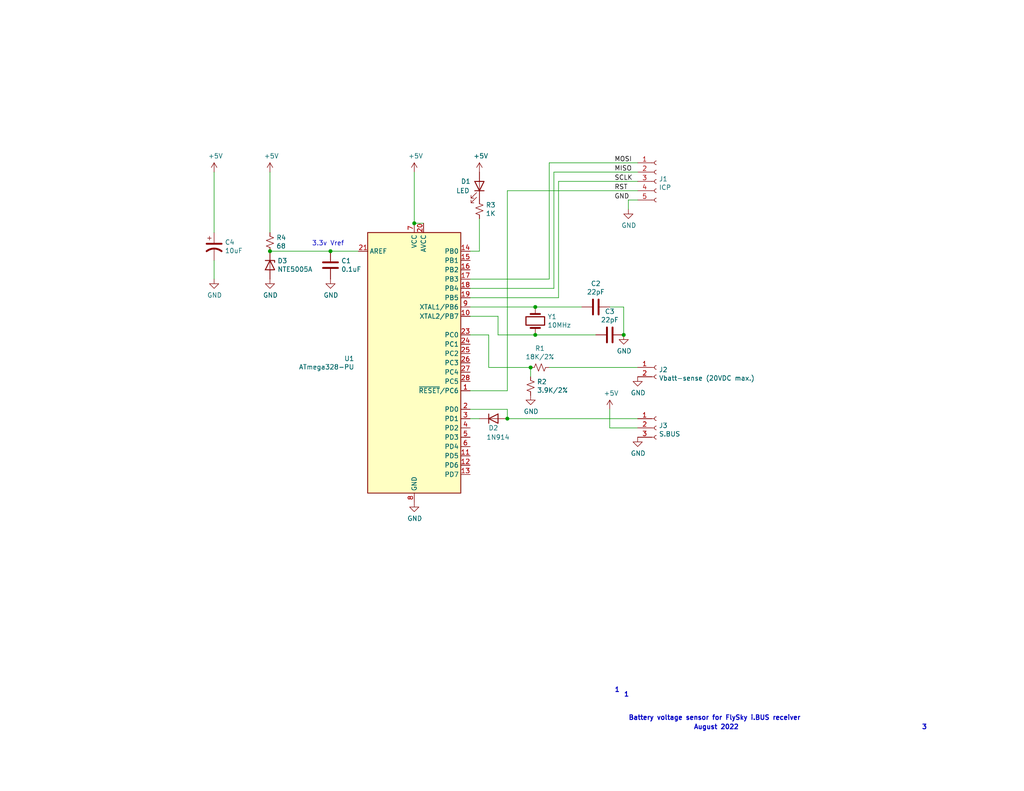
<source format=kicad_sch>
(kicad_sch (version 20211123) (generator eeschema)
  (paper "A")
  (lib_symbols
    (symbol "Connector:Conn_01x02_Female" (pin_names (offset 1.016) hide)
      (property "Reference" "J" (at 0 2.54 0))
      (property "Value" "Conn_01x02_Female" (at 0 -5.08 0))
      (symbol "Conn_01x02_Female_1_1"
        (arc (start 0 -2.032) (mid -0.508 -2.54) (end 0 -3.048) (stroke (width 0.1524)))
        (polyline (pts (xy -1.27 -2.54) (xy -0.508 -2.54)) (stroke (width 0.1524)))
        (polyline (pts (xy -1.27 0) (xy -0.508 0)) (stroke (width 0.1524)))
        (arc (start 0 0.508) (mid -0.508 0) (end 0 -0.508) (stroke (width 0.1524)))
        (pin passive line (at -5.08 0 0) (length 3.81) (name "Pin_1") (number "1"))
        (pin passive line (at -5.08 -2.54 0) (length 3.81) (name "Pin_2") (number "2"))
      )
    )
    (symbol "Connector:Conn_01x03_Female" (pin_names (offset 1.016) hide)
      (property "Reference" "J" (at 0 5.08 0))
      (property "Value" "Conn_01x03_Female" (at 0 -5.08 0))
      (symbol "Conn_01x03_Female_1_1"
        (arc (start 0 -2.032) (mid -0.508 -2.54) (end 0 -3.048) (stroke (width 0.1524)))
        (polyline (pts (xy -1.27 -2.54) (xy -0.508 -2.54)) (stroke (width 0.1524)))
        (polyline (pts (xy -1.27 0) (xy -0.508 0)) (stroke (width 0.1524)))
        (polyline (pts (xy -1.27 2.54) (xy -0.508 2.54)) (stroke (width 0.1524)))
        (arc (start 0 0.508) (mid -0.508 0) (end 0 -0.508) (stroke (width 0.1524)))
        (arc (start 0 3.048) (mid -0.508 2.54) (end 0 2.032) (stroke (width 0.1524)))
        (pin passive line (at -5.08 2.54 0) (length 3.81) (name "Pin_1") (number "1"))
        (pin passive line (at -5.08 0 0) (length 3.81) (name "Pin_2") (number "2"))
        (pin passive line (at -5.08 -2.54 0) (length 3.81) (name "Pin_3") (number "3"))
      )
    )
    (symbol "Connector:Conn_01x05_Female" (pin_names (offset 1.016) hide)
      (property "Reference" "J" (at 0 7.62 0))
      (property "Value" "Conn_01x05_Female" (at 0 -7.62 0))
      (symbol "Conn_01x05_Female_1_1"
        (arc (start 0 -4.572) (mid -0.508 -5.08) (end 0 -5.588) (stroke (width 0.1524)))
        (arc (start 0 -2.032) (mid -0.508 -2.54) (end 0 -3.048) (stroke (width 0.1524)))
        (polyline (pts (xy -1.27 -5.08) (xy -0.508 -5.08)) (stroke (width 0.1524)))
        (polyline (pts (xy -1.27 -2.54) (xy -0.508 -2.54)) (stroke (width 0.1524)))
        (polyline (pts (xy -1.27 0) (xy -0.508 0)) (stroke (width 0.1524)))
        (polyline (pts (xy -1.27 2.54) (xy -0.508 2.54)) (stroke (width 0.1524)))
        (polyline (pts (xy -1.27 5.08) (xy -0.508 5.08)) (stroke (width 0.1524)))
        (arc (start 0 0.508) (mid -0.508 0) (end 0 -0.508) (stroke (width 0.1524)))
        (arc (start 0 3.048) (mid -0.508 2.54) (end 0 2.032) (stroke (width 0.1524)))
        (arc (start 0 5.588) (mid -0.508 5.08) (end 0 4.572) (stroke (width 0.1524)))
        (pin passive line (at -5.08 5.08 0) (length 3.81) (name "Pin_1") (number "1"))
        (pin passive line (at -5.08 2.54 0) (length 3.81) (name "Pin_2") (number "2"))
        (pin passive line (at -5.08 0 0) (length 3.81) (name "Pin_3") (number "3"))
        (pin passive line (at -5.08 -2.54 0) (length 3.81) (name "Pin_4") (number "4"))
        (pin passive line (at -5.08 -5.08 0) (length 3.81) (name "Pin_5") (number "5"))
      )
    )
    (symbol "Device:C" (pin_numbers hide) (pin_names (offset 0.254))
      (property "Reference" "C" (at 0.635 2.54 0))
      (property "Value" "C" (at 0.635 -2.54 0))
      (symbol "C_0_1"
        (polyline (pts (xy -2.032 -0.762) (xy 2.032 -0.762)) (stroke (width 0.508)))
        (polyline (pts (xy -2.032 0.762) (xy 2.032 0.762)) (stroke (width 0.508)))
      )
      (symbol "C_1_1"
        (pin passive line (at 0 3.81 270) (length 2.794) (name "~") (number "1"))
        (pin passive line (at 0 -3.81 90) (length 2.794) (name "~") (number "2"))
      )
    )
    (symbol "Device:CP1" (pin_numbers hide) (pin_names (offset 0.254) hide)
      (property "Reference" "C" (at 0.635 2.54 0))
      (property "Value" "Device_CP1" (at 0.635 -2.54 0))
      (symbol "CP1_0_1"
        (polyline (pts (xy -2.032 0.762) (xy 2.032 0.762)) (stroke (width 0.508)))
        (polyline (pts (xy -1.778 2.286) (xy -0.762 2.286)))
        (polyline (pts (xy -1.27 1.778) (xy -1.27 2.794)))
        (arc (start 2.032 -1.27) (mid 0 -0.5572) (end -2.032 -1.27) (stroke (width 0.508)))
      )
      (symbol "CP1_1_1"
        (pin passive line (at 0 3.81 270) (length 2.794) (name "~") (number "1"))
        (pin passive line (at 0 -3.81 90) (length 3.302) (name "~") (number "2"))
      )
    )
    (symbol "Device:Crystal" (pin_numbers hide) (pin_names (offset 1.016) hide)
      (property "Reference" "Y" (at 0 3.81 0))
      (property "Value" "Crystal" (at 0 -3.81 0))
      (symbol "Crystal_0_1"
        (rectangle (start -1.143 2.54) (end 1.143 -2.54) (stroke (width 0.3048)))
        (polyline (pts (xy -2.54 0) (xy -1.905 0)))
        (polyline (pts (xy -1.905 -1.27) (xy -1.905 1.27)) (stroke (width 0.508)))
        (polyline (pts (xy 1.905 -1.27) (xy 1.905 1.27)) (stroke (width 0.508)))
        (polyline (pts (xy 2.54 0) (xy 1.905 0)))
      )
      (symbol "Crystal_1_1"
        (pin passive line (at -3.81 0 0) (length 1.27) (name "1") (number "1"))
        (pin passive line (at 3.81 0 180) (length 1.27) (name "2") (number "2"))
      )
    )
    (symbol "Device:D" (pin_numbers hide) (pin_names (offset 1.016) hide)
      (property "Reference" "D" (at 0 2.54 0))
      (property "Value" "D" (at 0 -2.54 0))
      (symbol "D_0_1"
        (polyline (pts (xy -1.27 1.27) (xy -1.27 -1.27)) (stroke (width 0.254)))
        (polyline (pts (xy 1.27 0) (xy -1.27 0)))
        (polyline (pts (xy 1.27 1.27) (xy 1.27 -1.27) (xy -1.27 0) (xy 1.27 1.27)) (stroke (width 0.254)))
      )
      (symbol "D_1_1"
        (pin passive line (at -3.81 0 0) (length 2.54) (name "K") (number "1"))
        (pin passive line (at 3.81 0 180) (length 2.54) (name "A") (number "2"))
      )
    )
    (symbol "Device:D_Zener" (pin_numbers hide) (pin_names (offset 1.016) hide)
      (property "Reference" "D" (at 0 2.54 0))
      (property "Value" "D_Zener" (at 0 -2.54 0))
      (symbol "D_Zener_0_1"
        (polyline (pts (xy 1.27 0) (xy -1.27 0)))
        (polyline (pts (xy -1.27 -1.27) (xy -1.27 1.27) (xy -0.762 1.27)) (stroke (width 0.254)))
        (polyline (pts (xy 1.27 -1.27) (xy 1.27 1.27) (xy -1.27 0) (xy 1.27 -1.27)) (stroke (width 0.254)))
      )
      (symbol "D_Zener_1_1"
        (pin passive line (at -3.81 0 0) (length 2.54) (name "K") (number "1"))
        (pin passive line (at 3.81 0 180) (length 2.54) (name "A") (number "2"))
      )
    )
    (symbol "Device:LED" (pin_numbers hide) (pin_names (offset 1.016) hide)
      (property "Reference" "D" (at 0 2.54 0))
      (property "Value" "LED" (at 0 -2.54 0))
      (symbol "LED_0_1"
        (polyline (pts (xy -1.27 -1.27) (xy -1.27 1.27)) (stroke (width 0.254)))
        (polyline (pts (xy -1.27 0) (xy 1.27 0)))
        (polyline (pts (xy 1.27 -1.27) (xy 1.27 1.27) (xy -1.27 0) (xy 1.27 -1.27)) (stroke (width 0.254)))
        (polyline (pts (xy -3.048 -0.762) (xy -4.572 -2.286) (xy -3.81 -2.286) (xy -4.572 -2.286) (xy -4.572 -1.524)))
        (polyline (pts (xy -1.778 -0.762) (xy -3.302 -2.286) (xy -2.54 -2.286) (xy -3.302 -2.286) (xy -3.302 -1.524)))
      )
      (symbol "LED_1_1"
        (pin passive line (at -3.81 0 0) (length 2.54) (name "K") (number "1"))
        (pin passive line (at 3.81 0 180) (length 2.54) (name "A") (number "2"))
      )
    )
    (symbol "Device:R_Small_US" (pin_numbers hide) (pin_names (offset 0.254) hide)
      (property "Reference" "R" (at 0.762 0.508 0))
      (property "Value" "R_Small_US" (at 0.762 -1.016 0))
      (symbol "R_Small_US_1_1"
        (polyline (pts (xy 0 0) (xy 1.016 -0.381) (xy 0 -0.762) (xy -1.016 -1.143) (xy 0 -1.524)))
        (polyline (pts (xy 0 1.524) (xy 1.016 1.143) (xy 0 0.762) (xy -1.016 0.381) (xy 0 0)))
        (pin passive line (at 0 2.54 270) (length 1.016) (name "~") (number "1"))
        (pin passive line (at 0 -2.54 90) (length 1.016) (name "~") (number "2"))
      )
    )
    (symbol "MCU_Microchip_ATmega:ATmega328-PU"
      (property "Reference" "U" (at -12.7 36.83 0))
      (property "Value" "MCU_Microchip_ATmega_ATmega328-PU" (at 2.54 -36.83 0))
      (symbol "ATmega328-PU_0_1"
        (rectangle (start -12.7 -35.56) (end 12.7 35.56) (stroke (width 0.254)) (fill (type background)))
      )
      (symbol "ATmega328-PU_1_1"
        (pin bidirectional line (at 15.24 -7.62 180) (length 2.54) (name "~{RESET}/PC6") (number "1"))
        (pin bidirectional line (at 15.24 12.7 180) (length 2.54) (name "XTAL2/PB7") (number "10"))
        (pin bidirectional line (at 15.24 -25.4 180) (length 2.54) (name "PD5") (number "11"))
        (pin bidirectional line (at 15.24 -27.94 180) (length 2.54) (name "PD6") (number "12"))
        (pin bidirectional line (at 15.24 -30.48 180) (length 2.54) (name "PD7") (number "13"))
        (pin bidirectional line (at 15.24 30.48 180) (length 2.54) (name "PB0") (number "14"))
        (pin bidirectional line (at 15.24 27.94 180) (length 2.54) (name "PB1") (number "15"))
        (pin bidirectional line (at 15.24 25.4 180) (length 2.54) (name "PB2") (number "16"))
        (pin bidirectional line (at 15.24 22.86 180) (length 2.54) (name "PB3") (number "17"))
        (pin bidirectional line (at 15.24 20.32 180) (length 2.54) (name "PB4") (number "18"))
        (pin bidirectional line (at 15.24 17.78 180) (length 2.54) (name "PB5") (number "19"))
        (pin bidirectional line (at 15.24 -12.7 180) (length 2.54) (name "PD0") (number "2"))
        (pin power_in line (at 2.54 38.1 270) (length 2.54) (name "AVCC") (number "20"))
        (pin passive line (at -15.24 30.48 0) (length 2.54) (name "AREF") (number "21"))
        (pin passive line (at 0 -38.1 90) (length 2.54) hide (name "GND") (number "22"))
        (pin bidirectional line (at 15.24 7.62 180) (length 2.54) (name "PC0") (number "23"))
        (pin bidirectional line (at 15.24 5.08 180) (length 2.54) (name "PC1") (number "24"))
        (pin bidirectional line (at 15.24 2.54 180) (length 2.54) (name "PC2") (number "25"))
        (pin bidirectional line (at 15.24 0 180) (length 2.54) (name "PC3") (number "26"))
        (pin bidirectional line (at 15.24 -2.54 180) (length 2.54) (name "PC4") (number "27"))
        (pin bidirectional line (at 15.24 -5.08 180) (length 2.54) (name "PC5") (number "28"))
        (pin bidirectional line (at 15.24 -15.24 180) (length 2.54) (name "PD1") (number "3"))
        (pin bidirectional line (at 15.24 -17.78 180) (length 2.54) (name "PD2") (number "4"))
        (pin bidirectional line (at 15.24 -20.32 180) (length 2.54) (name "PD3") (number "5"))
        (pin bidirectional line (at 15.24 -22.86 180) (length 2.54) (name "PD4") (number "6"))
        (pin power_in line (at 0 38.1 270) (length 2.54) (name "VCC") (number "7"))
        (pin power_in line (at 0 -38.1 90) (length 2.54) (name "GND") (number "8"))
        (pin bidirectional line (at 15.24 15.24 180) (length 2.54) (name "XTAL1/PB6") (number "9"))
      )
    )
    (symbol "power:+5V" (power) (pin_names (offset 0))
      (property "Value" "+5V" (at 0 3.556 0))
      (symbol "+5V_0_1"
        (polyline (pts (xy -0.762 1.27) (xy 0 2.54)))
        (polyline (pts (xy 0 0) (xy 0 2.54)))
        (polyline (pts (xy 0 2.54) (xy 0.762 1.27)))
      )
      (symbol "+5V_1_1"
        (pin power_in line (at 0 0 90) (length 0) hide (name "+5V") (number "1"))
      )
    )
    (symbol "power:GND" (power) (pin_names (offset 0))
      (property "Value" "GND" (at 0 -3.81 0))
      (symbol "GND_0_1"
        (polyline (pts (xy 0 0) (xy 0 -1.27) (xy 1.27 -1.27) (xy 0 -2.54) (xy -1.27 -1.27) (xy 0 -1.27)))
      )
      (symbol "GND_1_1"
        (pin power_in line (at 0 0 270) (length 0) hide (name "GND") (number "1"))
      )
    )
  )
  (junction (at 144.78 100.33))
  (junction (at 73.66 68.58))
  (junction (at 138.43 114.3))
  (junction (at 146.05 83.82))
  (junction (at 146.05 91.44))
  (junction (at 170.18 91.44))
  (junction (at 90.17 68.58))
  (junction (at 113.03 60.96))
  (wire (pts (xy 135.89 86.36) (xy 135.89 91.44)))
  (wire (pts (xy 149.86 44.45) (xy 149.86 76.2)))
  (wire (pts (xy 173.99 46.99) (xy 151.13 46.99)))
  (wire (pts (xy 58.42 76.2) (xy 58.42 71.12)))
  (wire (pts (xy 115.57 60.96) (xy 113.03 60.96)))
  (wire (pts (xy 146.05 91.44) (xy 162.56 91.44)))
  (wire (pts (xy 149.86 100.33) (xy 173.99 100.33)))
  (wire (pts (xy 146.05 83.82) (xy 158.75 83.82)))
  (wire (pts (xy 128.27 68.58) (xy 130.81 68.58)))
  (wire (pts (xy 152.4 49.53) (xy 152.4 81.28)))
  (wire (pts (xy 128.27 81.28) (xy 152.4 81.28)))
  (wire (pts (xy 166.37 116.84) (xy 173.99 116.84)))
  (wire (pts (xy 133.35 100.33) (xy 144.78 100.33)))
  (wire (pts (xy 138.43 52.07) (xy 138.43 106.68)))
  (wire (pts (xy 73.66 68.58) (xy 90.17 68.58)))
  (wire (pts (xy 166.37 111.76) (xy 166.37 116.84)))
  (wire (pts (xy 151.13 46.99) (xy 151.13 78.74)))
  (wire (pts (xy 138.43 52.07) (xy 173.99 52.07)))
  (wire (pts (xy 144.78 100.33) (xy 144.78 102.87)))
  (wire (pts (xy 128.27 83.82) (xy 146.05 83.82)))
  (wire (pts (xy 130.81 114.3) (xy 128.27 114.3)))
  (wire (pts (xy 151.13 78.74) (xy 128.27 78.74)))
  (wire (pts (xy 73.66 46.99) (xy 73.66 63.5)))
  (wire (pts (xy 138.43 111.76) (xy 138.43 114.3)))
  (wire (pts (xy 171.45 54.61) (xy 171.45 57.15)))
  (wire (pts (xy 128.27 91.44) (xy 133.35 91.44)))
  (wire (pts (xy 130.81 68.58) (xy 130.81 59.69)))
  (wire (pts (xy 173.99 49.53) (xy 152.4 49.53)))
  (wire (pts (xy 58.42 46.99) (xy 58.42 63.5)))
  (wire (pts (xy 149.86 76.2) (xy 128.27 76.2)))
  (wire (pts (xy 128.27 111.76) (xy 138.43 111.76)))
  (wire (pts (xy 128.27 86.36) (xy 135.89 86.36)))
  (wire (pts (xy 135.89 91.44) (xy 146.05 91.44)))
  (wire (pts (xy 173.99 54.61) (xy 171.45 54.61)))
  (wire (pts (xy 128.27 106.68) (xy 138.43 106.68)))
  (wire (pts (xy 113.03 46.99) (xy 113.03 60.96)))
  (wire (pts (xy 133.35 91.44) (xy 133.35 100.33)))
  (wire (pts (xy 138.43 114.3) (xy 173.99 114.3)))
  (wire (pts (xy 170.18 83.82) (xy 170.18 91.44)))
  (wire (pts (xy 166.37 83.82) (xy 170.18 83.82)))
  (wire (pts (xy 90.17 68.58) (xy 97.79 68.58)))
  (wire (pts (xy 173.99 44.45) (xy 149.86 44.45)))
  (text "August 2022" (at 189.23 199.39 0) (effects (font (size 1.27 1.27) (thickness 0.254) bold) (justify left bottom)))
  (text "Battery voltage sensor for FlySky i.BUS receiver" (at 171.45 196.85 0) (effects (font (size 1.27 1.27) (thickness 0.254) bold) (justify left bottom)))
  (text "1" (at 167.64 189.23 0) (effects (font (size 1.27 1.27) (thickness 0.254) bold) (justify left bottom)))
  (text "1" (at 170.18 190.5 0) (effects (font (size 1.27 1.27) (thickness 0.254) bold) (justify left bottom)))
  (text "3" (at 251.46 199.39 0) (effects (font (size 1.27 1.27) (thickness 0.254) bold) (justify left bottom)))
  (text "3.3v Vref" (at 85.09 67.31 0) (effects (font (size 1.27 1.27)) (justify left bottom)))
  (label "SCLK" (at 167.64 49.53 0))
  (label "GND" (at 167.64 54.61 0))
  (label "MOSI" (at 167.64 44.45 0))
  (label "RST" (at 167.64 52.07 0))
  (label "MISO" (at 167.64 46.99 0))
  (symbol (lib_id "MCU_Microchip_ATmega:ATmega328-PU") (at 113.03 99.06 0) (unit 1)
    (property "Reference" "U1" (at 96.6724 97.8916 0) (effects (justify right)))
    (property "Value" "ATmega328-PU" (at 96.6724 100.203 0) (effects (justify right)))
    (property "Footprint" "Package_DIP:DIP-28_W7.62mm" (effects hide))
    (property "Datasheet" "http://ww1.microchip.com/downloads/en/DeviceDoc/ATmega328_P%20AVR%20MCU%20with%20picoPower%20Technology%20Data%20Sheet%2040001984A.pdf" (effects hide))
  )
  (symbol (lib_id "power:+5V") (at 113.03 46.99 0) (unit 1)
    (property "Reference" "#PWR?" (effects hide))
    (property "Value" "+5V" (at 113.411 42.5958 0))
  )
  (symbol (lib_id "power:GND") (at 113.03 137.16 0) (unit 1)
    (property "Reference" "#PWR?" (effects hide))
    (property "Value" "GND" (at 113.157 141.5542 0))
  )
  (symbol (lib_id "Device:C") (at 90.17 72.39 0) (unit 1)
    (property "Reference" "C1" (at 93.091 71.2216 0) (effects (justify left)))
    (property "Value" "0.1uF" (at 93.091 73.533 0) (effects (justify left)))
  )
  (symbol (lib_id "power:GND") (at 90.17 76.2 0) (unit 1)
    (property "Reference" "#PWR?" (effects hide))
    (property "Value" "GND" (at 90.297 80.5942 0))
  )
  (symbol (lib_id "Device:Crystal") (at 146.05 87.63 90) (unit 1)
    (property "Reference" "Y1" (at 149.3774 86.4616 90) (effects (justify right)))
    (property "Value" "10MHz" (at 149.3774 88.773 90) (effects (justify right)))
  )
  (symbol (lib_id "Device:R_Small_US") (at 130.81 57.15 0) (unit 1)
    (property "Reference" "R3" (at 132.5372 55.9816 0) (effects (justify left)))
    (property "Value" "1K" (at 132.5372 58.293 0) (effects (justify left)))
  )
  (symbol (lib_id "Device:C") (at 162.56 83.82 270) (unit 1)
    (property "Reference" "C2" (at 162.56 77.4192 90))
    (property "Value" "22pF" (at 162.56 79.7306 90))
  )
  (symbol (lib_id "Device:C") (at 166.37 91.44 90) (mirror x) (unit 1)
    (property "Reference" "C3" (at 166.37 85.0392 90))
    (property "Value" "22pF" (at 166.37 87.3506 90))
  )
  (symbol (lib_id "Device:LED") (at 130.81 50.8 270) (mirror x) (unit 1)
    (property "Reference" "D1" (at 125.73 49.53 90) (effects (justify left)))
    (property "Value" "LED" (at 124.46 52.07 90) (effects (justify left)))
  )
  (symbol (lib_id "power:GND") (at 170.18 91.44 0) (unit 1)
    (property "Reference" "#PWR?" (effects hide))
    (property "Value" "GND" (at 170.307 95.8342 0))
  )
  (symbol (lib_id "power:+5V") (at 130.81 46.99 0) (unit 1)
    (property "Reference" "#PWR?" (effects hide))
    (property "Value" "+5V" (at 131.191 42.5958 0))
  )
  (symbol (lib_id "Device:R_Small_US") (at 147.32 100.33 270) (unit 1)
    (property "Reference" "R1" (at 147.32 95.123 90))
    (property "Value" "18K/2%" (at 147.32 97.4344 90))
  )
  (symbol (lib_id "Device:R_Small_US") (at 144.78 105.41 0) (unit 1)
    (property "Reference" "R2" (at 146.5072 104.2416 0) (effects (justify left)))
    (property "Value" "3.9K/2%" (at 146.5072 106.553 0) (effects (justify left)))
  )
  (symbol (lib_id "power:GND") (at 144.78 107.95 0) (unit 1)
    (property "Reference" "#PWR?" (effects hide))
    (property "Value" "GND" (at 144.907 112.3442 0))
  )
  (symbol (lib_id "Device:D") (at 134.62 114.3 0) (unit 1)
    (property "Reference" "D2" (at 134.62 116.84 0))
    (property "Value" "1N914" (at 135.89 119.38 0))
  )
  (symbol (lib_id "Connector:Conn_01x05_Female") (at 179.07 49.53 0) (unit 1)
    (property "Reference" "J1" (at 179.7812 48.8696 0) (effects (justify left)))
    (property "Value" "ICP" (at 179.7812 51.181 0) (effects (justify left)))
  )
  (symbol (lib_id "power:GND") (at 171.45 57.15 0) (unit 1)
    (property "Reference" "#PWR?" (effects hide))
    (property "Value" "GND" (at 171.577 61.5442 0))
  )
  (symbol (lib_id "Connector:Conn_01x02_Female") (at 179.07 100.33 0) (unit 1)
    (property "Reference" "J2" (at 179.7812 100.9396 0) (effects (justify left)))
    (property "Value" "Vbatt-sense (20VDC max.)" (at 179.7812 103.251 0) (effects (justify left)))
  )
  (symbol (lib_id "Connector:Conn_01x03_Female") (at 179.07 116.84 0) (unit 1)
    (property "Reference" "J3" (at 179.7812 116.1796 0) (effects (justify left)))
    (property "Value" "S.BUS" (at 179.7812 118.491 0) (effects (justify left)))
  )
  (symbol (lib_id "power:GND") (at 173.99 102.87 0) (unit 1)
    (property "Reference" "#PWR?" (effects hide))
    (property "Value" "GND" (at 174.117 107.2642 0))
  )
  (symbol (lib_id "power:GND") (at 173.99 119.38 0) (unit 1)
    (property "Reference" "#PWR?" (effects hide))
    (property "Value" "GND" (at 174.117 123.7742 0))
  )
  (symbol (lib_id "power:+5V") (at 166.37 111.76 0) (unit 1)
    (property "Reference" "#PWR?" (effects hide))
    (property "Value" "+5V" (at 166.751 107.3658 0))
  )
  (symbol (lib_id "Device:R_Small_US") (at 73.66 66.04 0) (unit 1)
    (property "Reference" "R4" (at 75.3872 64.8716 0) (effects (justify left)))
    (property "Value" "68" (at 75.3872 67.183 0) (effects (justify left)))
  )
  (symbol (lib_id "Device:D_Zener") (at 73.66 72.39 270) (unit 1)
    (property "Reference" "D3" (at 75.692 71.2216 90) (effects (justify left)))
    (property "Value" "NTE5005A" (at 75.692 73.533 90) (effects (justify left)))
  )
  (symbol (lib_id "power:GND") (at 73.66 76.2 0) (unit 1)
    (property "Reference" "#PWR?" (effects hide))
    (property "Value" "GND" (at 73.787 80.5942 0))
  )
  (symbol (lib_id "power:+5V") (at 73.66 46.99 0) (unit 1)
    (property "Reference" "#PWR?" (effects hide))
    (property "Value" "+5V" (at 74.041 42.5958 0))
  )
  (symbol (lib_id "Device:CP1") (at 58.42 67.31 0) (unit 1)
    (property "Reference" "C4" (at 61.341 66.1416 0) (effects (justify left)))
    (property "Value" "10uF" (at 61.341 68.453 0) (effects (justify left)))
  )
  (symbol (lib_id "power:+5V") (at 58.42 46.99 0) (unit 1)
    (property "Reference" "#PWR?" (effects hide))
    (property "Value" "+5V" (at 58.801 42.5958 0))
  )
  (symbol (lib_id "power:GND") (at 58.42 76.2 0) (unit 1)
    (property "Reference" "#PWR?" (effects hide))
    (property "Value" "GND" (at 58.547 80.5942 0))
  )
)
</source>
